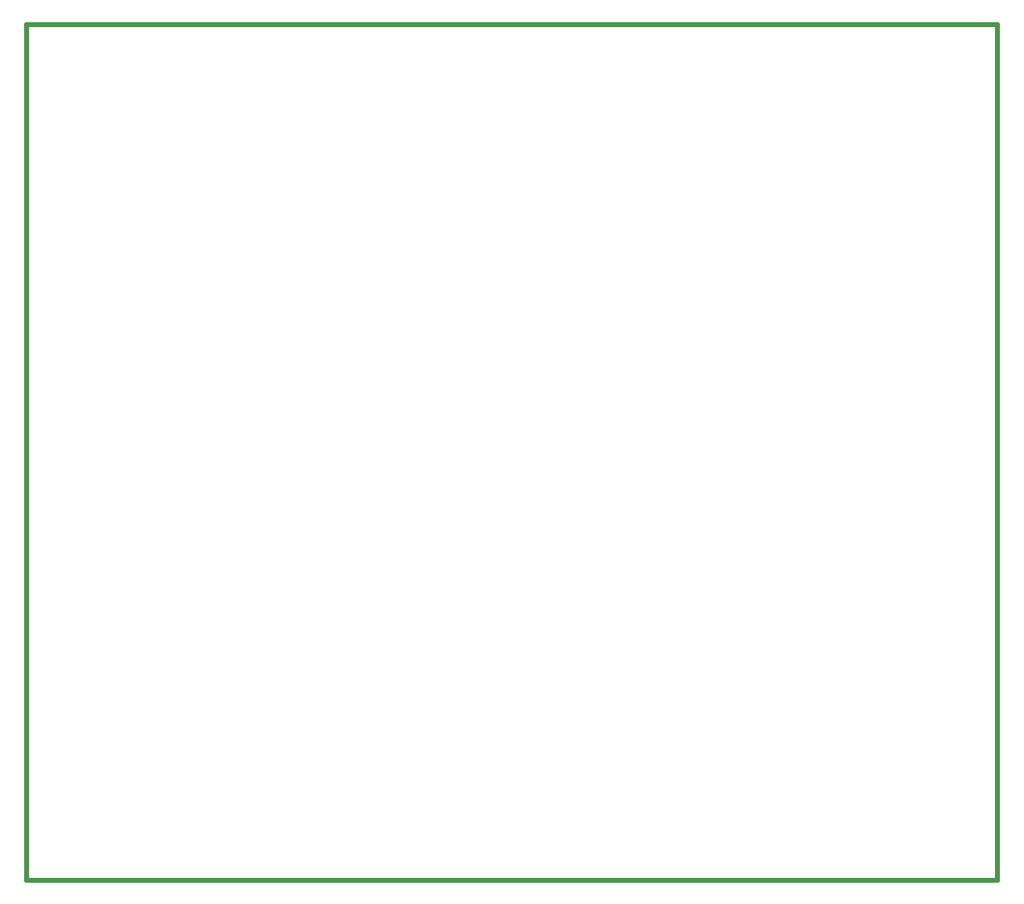
<source format=gko>
%FSLAX33Y33*%
%MOMM*%
%ADD10C,0.381*%
D10*
%LNpath-0*%
G01*
X0Y0D02*
X85000Y0D01*
X85000Y75000*
X0Y75000*
X0Y0*
%LNmechanical details_traces*%
M02*
</source>
